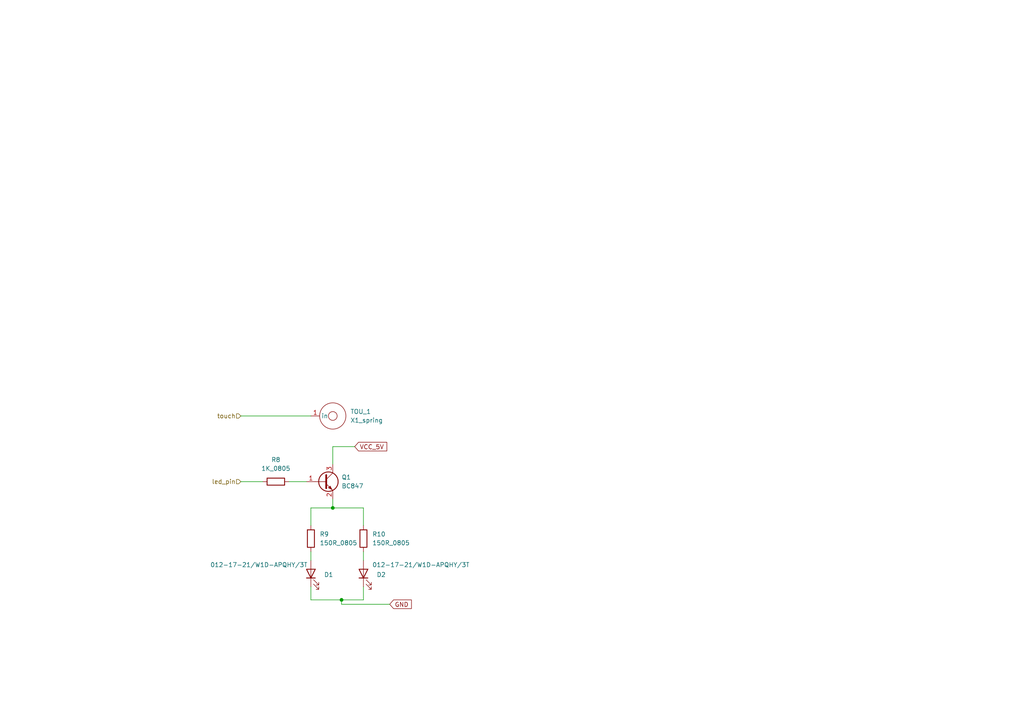
<source format=kicad_sch>
(kicad_sch (version 20250114) (generator "eeschema") (generator_version "9.0")
  (paper "A4")
  (lib_symbols
    (symbol "Device:LED" (pin_numbers (hide yes)) (pin_names (offset 1.016) (hide yes))
      (property "Reference" "D" (at 0 2.54 0))
      (property "Value" "LED" (at 0 -2.54 0))
      (symbol "LED_0_1"
        (polyline (pts (xy -3.048 -0.762) (xy -4.572 -2.286) (xy -3.81 -2.286) (xy -4.572 -2.286) (xy -4.572 -1.524)))
        (polyline (pts (xy -1.778 -0.762) (xy -3.302 -2.286) (xy -2.54 -2.286) (xy -3.302 -2.286) (xy -3.302 -1.524)))
        (polyline (pts (xy -1.27 0) (xy 1.27 0)))
        (polyline (pts (xy -1.27 -1.27) (xy -1.27 1.27)) (stroke (width 0.254)))
        (polyline (pts (xy 1.27 -1.27) (xy 1.27 1.27) (xy -1.27 0) (xy 1.27 -1.27)) (stroke (width 0.254)))
      )
      (symbol "LED_1_1"
        (pin passive line (at -3.81 0 0) (length 2.54) (name "K") (number "1"))
        (pin passive line (at 3.81 0 180) (length 2.54) (name "A") (number "2"))
      )
    )
    (symbol "Device:R" (pin_numbers (hide yes)) (pin_names (offset 0))
      (property "Reference" "R" (at 2.032 0 90))
      (property "Value" "R" (at 0 0 90))
      (symbol "R_0_1"
        (rectangle (start -1.016 -2.54) (end 1.016 2.54) (stroke (width 0.254)))
      )
      (symbol "R_1_1"
        (pin passive line (at 0 3.81 270) (length 1.27) (name "~") (number "1"))
        (pin passive line (at 0 -3.81 90) (length 1.27) (name "~") (number "2"))
      )
    )
    (symbol "Transistor_BJT:BC847" (pin_names (offset 0) (hide yes))
      (property "Reference" "Q" (at 5.08 1.905 0))
      (property "Value" "BC847" (at 5.08 0 0))
      (symbol "BC847_0_1"
        (polyline (pts (xy -2.54 0) (xy 0.635 0)))
        (polyline (pts (xy 0.635 1.905) (xy 0.635 -1.905)) (stroke (width 0.508)))
        (circle (center 1.27 0) (radius 2.8194) (stroke (width 0.254)))
      )
      (symbol "BC847_1_1"
        (polyline (pts (xy 0.635 0.635) (xy 2.54 2.54)))
        (polyline (pts (xy 0.635 -0.635) (xy 2.54 -2.54)))
        (polyline (pts (xy 1.27 -1.778) (xy 1.778 -1.27) (xy 2.286 -2.286) (xy 1.27 -1.778)) (fill (type outline)))
        (pin input line (at -5.08 0 0) (length 2.54) (name "B") (number "1"))
        (pin passive line (at 2.54 5.08 270) (length 2.54) (name "C") (number "3"))
        (pin passive line (at 2.54 -5.08 90) (length 2.54) (name "E") (number "2"))
      )
    )
    (symbol "touch_pad_1"
      (property "Reference" "TOU_" (at 1.27 1.27 0))
      (symbol "touch_pad_1_0_1"
        (circle (center 0 0) (radius 1.27))
        (circle (center 0 0) (radius 3.81))
      )
      (symbol "touch_pad_1_1_1"
        (pin input line (at -6.35 0 0) (length 2.54) (name "in") (number "1"))
      )
    )
  )
  (junction (at 96.52 147.32))
  (junction (at 99.06 173.99))
  (wire (pts (xy 105.41 160.02) (xy 105.41 162.56)))
  (wire (pts (xy 90.17 170.18) (xy 90.17 173.99)))
  (wire (pts (xy 105.41 173.99) (xy 105.41 170.18)))
  (wire (pts (xy 83.82 139.7) (xy 88.9 139.7)))
  (wire (pts (xy 99.06 173.99) (xy 105.41 173.99)))
  (wire (pts (xy 69.85 120.65) (xy 90.17 120.65)))
  (wire (pts (xy 90.17 160.02) (xy 90.17 162.56)))
  (wire (pts (xy 105.41 147.32) (xy 96.52 147.32)))
  (wire (pts (xy 96.52 147.32) (xy 96.52 144.78)))
  (wire (pts (xy 69.85 139.7) (xy 76.2 139.7)))
  (wire (pts (xy 105.41 152.4) (xy 105.41 147.32)))
  (wire (pts (xy 90.17 147.32) (xy 96.52 147.32)))
  (wire (pts (xy 102.87 129.54) (xy 96.52 129.54)))
  (wire (pts (xy 99.06 175.26) (xy 99.06 173.99)))
  (wire (pts (xy 90.17 147.32) (xy 90.17 152.4)))
  (wire (pts (xy 113.03 175.26) (xy 99.06 175.26)))
  (wire (pts (xy 90.17 173.99) (xy 99.06 173.99)))
  (wire (pts (xy 96.52 129.54) (xy 96.52 134.62)))
  (global_label "GND" (shape input) (at 113.03 175.26 0) (property "Intersheetrefs" "${INTERSHEET_REFS}" (effects (hide yes))))
  (global_label "VCC_5V" (shape input) (at 102.87 129.54 0) (property "Intersheetrefs" "${INTERSHEET_REFS}" (effects (hide yes))))
  (hierarchical_label "led_pin" (shape input) (at 69.85 139.7 180))
  (hierarchical_label "touch" (shape input) (at 69.85 120.65 180))
  (symbol (lib_id "Device:R") (at 105.41 156.21 0) (unit 1)
    (property "Reference" "R10" (at 107.95 154.9399 0) (effects (justify left)))
    (property "Value" "150R_0805" (at 107.95 157.4799 0) (effects (justify left)))
    (property "Footprint" "fevino:R_0805" (effects (hide yes)))
    (property "Description" "Resistor" (effects (hide yes)))
  )
  (symbol (lib_id "Device:R") (at 90.17 156.21 0) (unit 1)
    (property "Reference" "R9" (at 92.71 154.9399 0) (effects (justify left)))
    (property "Value" "150R_0805" (at 92.71 157.4799 0) (effects (justify left)))
    (property "Footprint" "fevino:R_0805" (effects (hide yes)))
    (property "Description" "Resistor" (effects (hide yes)))
  )
  (symbol (lib_id "Transistor_BJT:BC847") (at 93.98 139.7 0) (unit 1)
    (property "Reference" "Q1" (at 99.06 138.4299 0) (effects (justify left)))
    (property "Value" "BC847" (at 99.06 140.9699 0) (effects (justify left)))
    (property "Footprint" "Package_TO_SOT_SMD:SOT-23" (effects (hide yes)))
    (property "Datasheet" "https://www.digikey.in/en/products/detail/diodes-incorporated/DDTC115ECA-7-F/815262" (effects (hide yes)))
    (property "Description" "0.1A Ic, 45V Vce, NPN Transistor, SOT-23" (effects (hide yes)))
  )
  (symbol (lib_id "Device:R") (at 80.01 139.7 90) (unit 1)
    (property "Reference" "R8" (at 80.01 133.35 90))
    (property "Value" "1K_0805" (at 80.01 135.89 90))
    (property "Footprint" "Resistor_SMD:R_0805_2012Metric" (effects (hide yes)))
    (property "Description" "Resistor" (effects (hide yes)))
  )
  (symbol (lib_name "touch_pad_1") (lib_id "fevino:touch_pad") (at 96.52 120.65 0) (unit 1)
    (property "Reference" "TOU_1" (at 101.6 119.3799 0) (effects (justify left)))
    (property "Value" "X1_spring" (at 101.6 121.9199 0) (effects (justify left)))
    (property "Footprint" "fevino:foot_1" (effects (hide yes)))
  )
  (symbol (lib_id "Device:LED") (at 90.17 166.37 90) (unit 1)
    (property "Reference" "D1" (at 93.98 166.6874 90) (effects (justify right)))
    (property "Value" "012-17-21/W1D-APQHY/3T" (at 60.96 163.83 90) (effects (justify right)))
    (property "Footprint" "LED_SMD:LED_0805_2012Metric" (effects (hide yes)))
    (property "Datasheet" "https://evelta.com/content/datasheets/012-17-21-W1D-APQHY-3T.pdf?srsltid=AfmBOoqHInbl4x1ox319j5rWaTKjNUyLeePU6qocVOTsVpZd_8rLNO_H" (effects (hide yes)))
    (property "Description" "Light emitting diode" (effects (hide yes)))
    (property "Sim.Pins" "1=K 2=A" (effects (hide yes)))
  )
  (symbol (lib_id "Device:LED") (at 105.41 166.37 90) (unit 1)
    (property "Reference" "D2" (at 109.22 166.6874 90) (effects (justify right)))
    (property "Value" "012-17-21/W1D-APQHY/3T" (at 107.95 163.83 90) (effects (justify right)))
    (property "Footprint" "LED_SMD:LED_0805_2012Metric" (effects (hide yes)))
    (property "Datasheet" "https://evelta.com/content/datasheets/012-17-21-W1D-APQHY-3T.pdf?srsltid=AfmBOoqHInbl4x1ox319j5rWaTKjNUyLeePU6qocVOTsVpZd_8rLNO_H" (effects (hide yes)))
    (property "Description" "Light emitting diode" (effects (hide yes)))
    (property "Sim.Pins" "1=K 2=A" (effects (hide yes)))
  )
)
</source>
